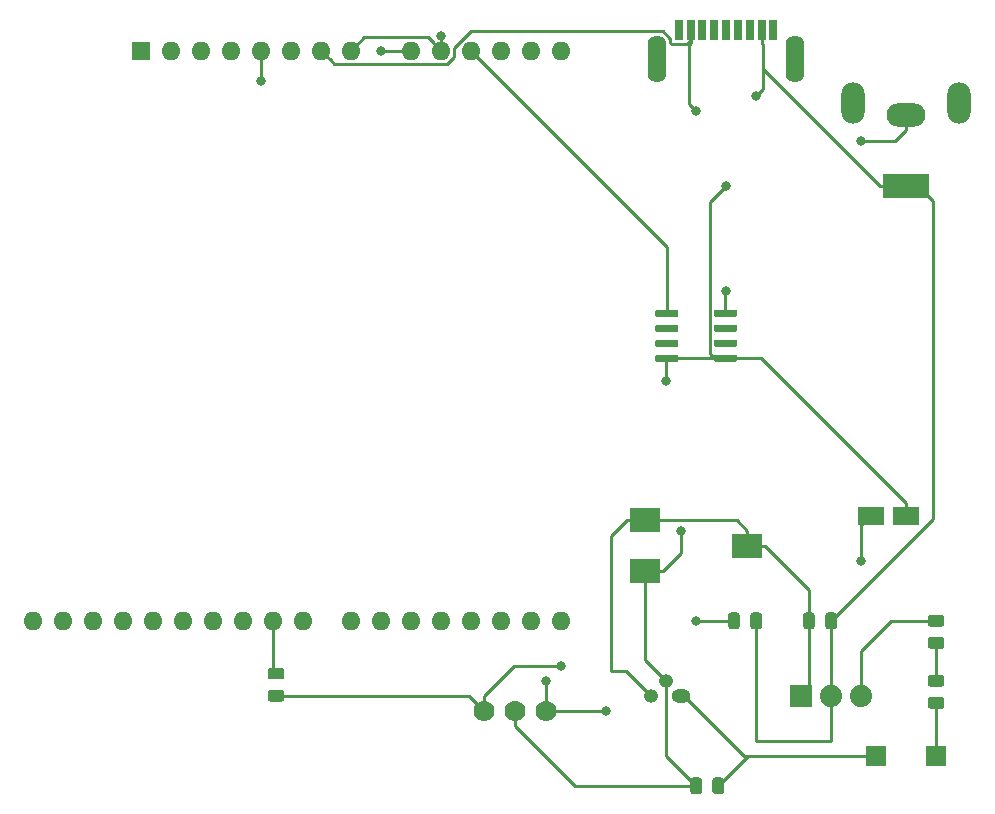
<source format=gbr>
G04 #@! TF.GenerationSoftware,KiCad,Pcbnew,(5.1.5)-3*
G04 #@! TF.CreationDate,2020-04-27T02:20:49-07:00*
G04 #@! TF.ProjectId,SolaRCharger,536f6c61-5243-4686-9172-6765722e6b69,rev?*
G04 #@! TF.SameCoordinates,Original*
G04 #@! TF.FileFunction,Copper,L1,Top*
G04 #@! TF.FilePolarity,Positive*
%FSLAX46Y46*%
G04 Gerber Fmt 4.6, Leading zero omitted, Abs format (unit mm)*
G04 Created by KiCad (PCBNEW (5.1.5)-3) date 2020-04-27 02:20:49*
%MOMM*%
%LPD*%
G04 APERTURE LIST*
%ADD10O,1.600000X1.600000*%
%ADD11R,1.600000X1.600000*%
%ADD12O,2.000000X3.500000*%
%ADD13O,3.300000X2.000000*%
%ADD14R,4.000000X2.000000*%
%ADD15C,1.879600*%
%ADD16R,1.879600X1.879600*%
%ADD17C,0.100000*%
%ADD18C,1.778000*%
%ADD19R,2.500000X2.000000*%
%ADD20O,1.200000X1.200000*%
%ADD21O,1.600000X1.200000*%
%ADD22R,1.700000X1.700000*%
%ADD23R,0.700000X1.800000*%
%ADD24O,1.600000X4.000000*%
%ADD25R,2.200000X1.600000*%
%ADD26C,0.800000*%
%ADD27C,0.250000*%
G04 APERTURE END LIST*
D10*
X124460000Y-127000000D03*
X127000000Y-127000000D03*
X87380000Y-127000000D03*
X127000000Y-78740000D03*
X89920000Y-127000000D03*
X124460000Y-78740000D03*
X92460000Y-127000000D03*
X121920000Y-78740000D03*
X95000000Y-127000000D03*
X119380000Y-78740000D03*
X97540000Y-127000000D03*
X116840000Y-78740000D03*
X100080000Y-127000000D03*
X114300000Y-78740000D03*
X102620000Y-127000000D03*
X109220000Y-78740000D03*
X105160000Y-127000000D03*
X106680000Y-78740000D03*
X109220000Y-127000000D03*
X104140000Y-78740000D03*
X111760000Y-127000000D03*
X101600000Y-78740000D03*
X114300000Y-127000000D03*
X99060000Y-78740000D03*
X116840000Y-127000000D03*
X96520000Y-78740000D03*
X119380000Y-127000000D03*
X93980000Y-78740000D03*
X121920000Y-127000000D03*
D11*
X91440000Y-78740000D03*
D10*
X84840000Y-127000000D03*
X82300000Y-127000000D03*
D12*
X151710000Y-83170000D03*
X160710000Y-83170000D03*
D13*
X156210000Y-84170000D03*
D14*
X156210000Y-90170000D03*
D15*
X152400000Y-133350000D03*
X149860000Y-133350000D03*
D16*
X147320000Y-133350000D03*
G04 #@! TA.AperFunction,SMDPad,CuDef*
D17*
G36*
X141744703Y-100665722D02*
G01*
X141759264Y-100667882D01*
X141773543Y-100671459D01*
X141787403Y-100676418D01*
X141800710Y-100682712D01*
X141813336Y-100690280D01*
X141825159Y-100699048D01*
X141836066Y-100708934D01*
X141845952Y-100719841D01*
X141854720Y-100731664D01*
X141862288Y-100744290D01*
X141868582Y-100757597D01*
X141873541Y-100771457D01*
X141877118Y-100785736D01*
X141879278Y-100800297D01*
X141880000Y-100815000D01*
X141880000Y-101115000D01*
X141879278Y-101129703D01*
X141877118Y-101144264D01*
X141873541Y-101158543D01*
X141868582Y-101172403D01*
X141862288Y-101185710D01*
X141854720Y-101198336D01*
X141845952Y-101210159D01*
X141836066Y-101221066D01*
X141825159Y-101230952D01*
X141813336Y-101239720D01*
X141800710Y-101247288D01*
X141787403Y-101253582D01*
X141773543Y-101258541D01*
X141759264Y-101262118D01*
X141744703Y-101264278D01*
X141730000Y-101265000D01*
X140080000Y-101265000D01*
X140065297Y-101264278D01*
X140050736Y-101262118D01*
X140036457Y-101258541D01*
X140022597Y-101253582D01*
X140009290Y-101247288D01*
X139996664Y-101239720D01*
X139984841Y-101230952D01*
X139973934Y-101221066D01*
X139964048Y-101210159D01*
X139955280Y-101198336D01*
X139947712Y-101185710D01*
X139941418Y-101172403D01*
X139936459Y-101158543D01*
X139932882Y-101144264D01*
X139930722Y-101129703D01*
X139930000Y-101115000D01*
X139930000Y-100815000D01*
X139930722Y-100800297D01*
X139932882Y-100785736D01*
X139936459Y-100771457D01*
X139941418Y-100757597D01*
X139947712Y-100744290D01*
X139955280Y-100731664D01*
X139964048Y-100719841D01*
X139973934Y-100708934D01*
X139984841Y-100699048D01*
X139996664Y-100690280D01*
X140009290Y-100682712D01*
X140022597Y-100676418D01*
X140036457Y-100671459D01*
X140050736Y-100667882D01*
X140065297Y-100665722D01*
X140080000Y-100665000D01*
X141730000Y-100665000D01*
X141744703Y-100665722D01*
G37*
G04 #@! TD.AperFunction*
G04 #@! TA.AperFunction,SMDPad,CuDef*
G36*
X141744703Y-101935722D02*
G01*
X141759264Y-101937882D01*
X141773543Y-101941459D01*
X141787403Y-101946418D01*
X141800710Y-101952712D01*
X141813336Y-101960280D01*
X141825159Y-101969048D01*
X141836066Y-101978934D01*
X141845952Y-101989841D01*
X141854720Y-102001664D01*
X141862288Y-102014290D01*
X141868582Y-102027597D01*
X141873541Y-102041457D01*
X141877118Y-102055736D01*
X141879278Y-102070297D01*
X141880000Y-102085000D01*
X141880000Y-102385000D01*
X141879278Y-102399703D01*
X141877118Y-102414264D01*
X141873541Y-102428543D01*
X141868582Y-102442403D01*
X141862288Y-102455710D01*
X141854720Y-102468336D01*
X141845952Y-102480159D01*
X141836066Y-102491066D01*
X141825159Y-102500952D01*
X141813336Y-102509720D01*
X141800710Y-102517288D01*
X141787403Y-102523582D01*
X141773543Y-102528541D01*
X141759264Y-102532118D01*
X141744703Y-102534278D01*
X141730000Y-102535000D01*
X140080000Y-102535000D01*
X140065297Y-102534278D01*
X140050736Y-102532118D01*
X140036457Y-102528541D01*
X140022597Y-102523582D01*
X140009290Y-102517288D01*
X139996664Y-102509720D01*
X139984841Y-102500952D01*
X139973934Y-102491066D01*
X139964048Y-102480159D01*
X139955280Y-102468336D01*
X139947712Y-102455710D01*
X139941418Y-102442403D01*
X139936459Y-102428543D01*
X139932882Y-102414264D01*
X139930722Y-102399703D01*
X139930000Y-102385000D01*
X139930000Y-102085000D01*
X139930722Y-102070297D01*
X139932882Y-102055736D01*
X139936459Y-102041457D01*
X139941418Y-102027597D01*
X139947712Y-102014290D01*
X139955280Y-102001664D01*
X139964048Y-101989841D01*
X139973934Y-101978934D01*
X139984841Y-101969048D01*
X139996664Y-101960280D01*
X140009290Y-101952712D01*
X140022597Y-101946418D01*
X140036457Y-101941459D01*
X140050736Y-101937882D01*
X140065297Y-101935722D01*
X140080000Y-101935000D01*
X141730000Y-101935000D01*
X141744703Y-101935722D01*
G37*
G04 #@! TD.AperFunction*
G04 #@! TA.AperFunction,SMDPad,CuDef*
G36*
X141744703Y-103205722D02*
G01*
X141759264Y-103207882D01*
X141773543Y-103211459D01*
X141787403Y-103216418D01*
X141800710Y-103222712D01*
X141813336Y-103230280D01*
X141825159Y-103239048D01*
X141836066Y-103248934D01*
X141845952Y-103259841D01*
X141854720Y-103271664D01*
X141862288Y-103284290D01*
X141868582Y-103297597D01*
X141873541Y-103311457D01*
X141877118Y-103325736D01*
X141879278Y-103340297D01*
X141880000Y-103355000D01*
X141880000Y-103655000D01*
X141879278Y-103669703D01*
X141877118Y-103684264D01*
X141873541Y-103698543D01*
X141868582Y-103712403D01*
X141862288Y-103725710D01*
X141854720Y-103738336D01*
X141845952Y-103750159D01*
X141836066Y-103761066D01*
X141825159Y-103770952D01*
X141813336Y-103779720D01*
X141800710Y-103787288D01*
X141787403Y-103793582D01*
X141773543Y-103798541D01*
X141759264Y-103802118D01*
X141744703Y-103804278D01*
X141730000Y-103805000D01*
X140080000Y-103805000D01*
X140065297Y-103804278D01*
X140050736Y-103802118D01*
X140036457Y-103798541D01*
X140022597Y-103793582D01*
X140009290Y-103787288D01*
X139996664Y-103779720D01*
X139984841Y-103770952D01*
X139973934Y-103761066D01*
X139964048Y-103750159D01*
X139955280Y-103738336D01*
X139947712Y-103725710D01*
X139941418Y-103712403D01*
X139936459Y-103698543D01*
X139932882Y-103684264D01*
X139930722Y-103669703D01*
X139930000Y-103655000D01*
X139930000Y-103355000D01*
X139930722Y-103340297D01*
X139932882Y-103325736D01*
X139936459Y-103311457D01*
X139941418Y-103297597D01*
X139947712Y-103284290D01*
X139955280Y-103271664D01*
X139964048Y-103259841D01*
X139973934Y-103248934D01*
X139984841Y-103239048D01*
X139996664Y-103230280D01*
X140009290Y-103222712D01*
X140022597Y-103216418D01*
X140036457Y-103211459D01*
X140050736Y-103207882D01*
X140065297Y-103205722D01*
X140080000Y-103205000D01*
X141730000Y-103205000D01*
X141744703Y-103205722D01*
G37*
G04 #@! TD.AperFunction*
G04 #@! TA.AperFunction,SMDPad,CuDef*
G36*
X141744703Y-104475722D02*
G01*
X141759264Y-104477882D01*
X141773543Y-104481459D01*
X141787403Y-104486418D01*
X141800710Y-104492712D01*
X141813336Y-104500280D01*
X141825159Y-104509048D01*
X141836066Y-104518934D01*
X141845952Y-104529841D01*
X141854720Y-104541664D01*
X141862288Y-104554290D01*
X141868582Y-104567597D01*
X141873541Y-104581457D01*
X141877118Y-104595736D01*
X141879278Y-104610297D01*
X141880000Y-104625000D01*
X141880000Y-104925000D01*
X141879278Y-104939703D01*
X141877118Y-104954264D01*
X141873541Y-104968543D01*
X141868582Y-104982403D01*
X141862288Y-104995710D01*
X141854720Y-105008336D01*
X141845952Y-105020159D01*
X141836066Y-105031066D01*
X141825159Y-105040952D01*
X141813336Y-105049720D01*
X141800710Y-105057288D01*
X141787403Y-105063582D01*
X141773543Y-105068541D01*
X141759264Y-105072118D01*
X141744703Y-105074278D01*
X141730000Y-105075000D01*
X140080000Y-105075000D01*
X140065297Y-105074278D01*
X140050736Y-105072118D01*
X140036457Y-105068541D01*
X140022597Y-105063582D01*
X140009290Y-105057288D01*
X139996664Y-105049720D01*
X139984841Y-105040952D01*
X139973934Y-105031066D01*
X139964048Y-105020159D01*
X139955280Y-105008336D01*
X139947712Y-104995710D01*
X139941418Y-104982403D01*
X139936459Y-104968543D01*
X139932882Y-104954264D01*
X139930722Y-104939703D01*
X139930000Y-104925000D01*
X139930000Y-104625000D01*
X139930722Y-104610297D01*
X139932882Y-104595736D01*
X139936459Y-104581457D01*
X139941418Y-104567597D01*
X139947712Y-104554290D01*
X139955280Y-104541664D01*
X139964048Y-104529841D01*
X139973934Y-104518934D01*
X139984841Y-104509048D01*
X139996664Y-104500280D01*
X140009290Y-104492712D01*
X140022597Y-104486418D01*
X140036457Y-104481459D01*
X140050736Y-104477882D01*
X140065297Y-104475722D01*
X140080000Y-104475000D01*
X141730000Y-104475000D01*
X141744703Y-104475722D01*
G37*
G04 #@! TD.AperFunction*
G04 #@! TA.AperFunction,SMDPad,CuDef*
G36*
X136794703Y-104475722D02*
G01*
X136809264Y-104477882D01*
X136823543Y-104481459D01*
X136837403Y-104486418D01*
X136850710Y-104492712D01*
X136863336Y-104500280D01*
X136875159Y-104509048D01*
X136886066Y-104518934D01*
X136895952Y-104529841D01*
X136904720Y-104541664D01*
X136912288Y-104554290D01*
X136918582Y-104567597D01*
X136923541Y-104581457D01*
X136927118Y-104595736D01*
X136929278Y-104610297D01*
X136930000Y-104625000D01*
X136930000Y-104925000D01*
X136929278Y-104939703D01*
X136927118Y-104954264D01*
X136923541Y-104968543D01*
X136918582Y-104982403D01*
X136912288Y-104995710D01*
X136904720Y-105008336D01*
X136895952Y-105020159D01*
X136886066Y-105031066D01*
X136875159Y-105040952D01*
X136863336Y-105049720D01*
X136850710Y-105057288D01*
X136837403Y-105063582D01*
X136823543Y-105068541D01*
X136809264Y-105072118D01*
X136794703Y-105074278D01*
X136780000Y-105075000D01*
X135130000Y-105075000D01*
X135115297Y-105074278D01*
X135100736Y-105072118D01*
X135086457Y-105068541D01*
X135072597Y-105063582D01*
X135059290Y-105057288D01*
X135046664Y-105049720D01*
X135034841Y-105040952D01*
X135023934Y-105031066D01*
X135014048Y-105020159D01*
X135005280Y-105008336D01*
X134997712Y-104995710D01*
X134991418Y-104982403D01*
X134986459Y-104968543D01*
X134982882Y-104954264D01*
X134980722Y-104939703D01*
X134980000Y-104925000D01*
X134980000Y-104625000D01*
X134980722Y-104610297D01*
X134982882Y-104595736D01*
X134986459Y-104581457D01*
X134991418Y-104567597D01*
X134997712Y-104554290D01*
X135005280Y-104541664D01*
X135014048Y-104529841D01*
X135023934Y-104518934D01*
X135034841Y-104509048D01*
X135046664Y-104500280D01*
X135059290Y-104492712D01*
X135072597Y-104486418D01*
X135086457Y-104481459D01*
X135100736Y-104477882D01*
X135115297Y-104475722D01*
X135130000Y-104475000D01*
X136780000Y-104475000D01*
X136794703Y-104475722D01*
G37*
G04 #@! TD.AperFunction*
G04 #@! TA.AperFunction,SMDPad,CuDef*
G36*
X136794703Y-103205722D02*
G01*
X136809264Y-103207882D01*
X136823543Y-103211459D01*
X136837403Y-103216418D01*
X136850710Y-103222712D01*
X136863336Y-103230280D01*
X136875159Y-103239048D01*
X136886066Y-103248934D01*
X136895952Y-103259841D01*
X136904720Y-103271664D01*
X136912288Y-103284290D01*
X136918582Y-103297597D01*
X136923541Y-103311457D01*
X136927118Y-103325736D01*
X136929278Y-103340297D01*
X136930000Y-103355000D01*
X136930000Y-103655000D01*
X136929278Y-103669703D01*
X136927118Y-103684264D01*
X136923541Y-103698543D01*
X136918582Y-103712403D01*
X136912288Y-103725710D01*
X136904720Y-103738336D01*
X136895952Y-103750159D01*
X136886066Y-103761066D01*
X136875159Y-103770952D01*
X136863336Y-103779720D01*
X136850710Y-103787288D01*
X136837403Y-103793582D01*
X136823543Y-103798541D01*
X136809264Y-103802118D01*
X136794703Y-103804278D01*
X136780000Y-103805000D01*
X135130000Y-103805000D01*
X135115297Y-103804278D01*
X135100736Y-103802118D01*
X135086457Y-103798541D01*
X135072597Y-103793582D01*
X135059290Y-103787288D01*
X135046664Y-103779720D01*
X135034841Y-103770952D01*
X135023934Y-103761066D01*
X135014048Y-103750159D01*
X135005280Y-103738336D01*
X134997712Y-103725710D01*
X134991418Y-103712403D01*
X134986459Y-103698543D01*
X134982882Y-103684264D01*
X134980722Y-103669703D01*
X134980000Y-103655000D01*
X134980000Y-103355000D01*
X134980722Y-103340297D01*
X134982882Y-103325736D01*
X134986459Y-103311457D01*
X134991418Y-103297597D01*
X134997712Y-103284290D01*
X135005280Y-103271664D01*
X135014048Y-103259841D01*
X135023934Y-103248934D01*
X135034841Y-103239048D01*
X135046664Y-103230280D01*
X135059290Y-103222712D01*
X135072597Y-103216418D01*
X135086457Y-103211459D01*
X135100736Y-103207882D01*
X135115297Y-103205722D01*
X135130000Y-103205000D01*
X136780000Y-103205000D01*
X136794703Y-103205722D01*
G37*
G04 #@! TD.AperFunction*
G04 #@! TA.AperFunction,SMDPad,CuDef*
G36*
X136794703Y-101935722D02*
G01*
X136809264Y-101937882D01*
X136823543Y-101941459D01*
X136837403Y-101946418D01*
X136850710Y-101952712D01*
X136863336Y-101960280D01*
X136875159Y-101969048D01*
X136886066Y-101978934D01*
X136895952Y-101989841D01*
X136904720Y-102001664D01*
X136912288Y-102014290D01*
X136918582Y-102027597D01*
X136923541Y-102041457D01*
X136927118Y-102055736D01*
X136929278Y-102070297D01*
X136930000Y-102085000D01*
X136930000Y-102385000D01*
X136929278Y-102399703D01*
X136927118Y-102414264D01*
X136923541Y-102428543D01*
X136918582Y-102442403D01*
X136912288Y-102455710D01*
X136904720Y-102468336D01*
X136895952Y-102480159D01*
X136886066Y-102491066D01*
X136875159Y-102500952D01*
X136863336Y-102509720D01*
X136850710Y-102517288D01*
X136837403Y-102523582D01*
X136823543Y-102528541D01*
X136809264Y-102532118D01*
X136794703Y-102534278D01*
X136780000Y-102535000D01*
X135130000Y-102535000D01*
X135115297Y-102534278D01*
X135100736Y-102532118D01*
X135086457Y-102528541D01*
X135072597Y-102523582D01*
X135059290Y-102517288D01*
X135046664Y-102509720D01*
X135034841Y-102500952D01*
X135023934Y-102491066D01*
X135014048Y-102480159D01*
X135005280Y-102468336D01*
X134997712Y-102455710D01*
X134991418Y-102442403D01*
X134986459Y-102428543D01*
X134982882Y-102414264D01*
X134980722Y-102399703D01*
X134980000Y-102385000D01*
X134980000Y-102085000D01*
X134980722Y-102070297D01*
X134982882Y-102055736D01*
X134986459Y-102041457D01*
X134991418Y-102027597D01*
X134997712Y-102014290D01*
X135005280Y-102001664D01*
X135014048Y-101989841D01*
X135023934Y-101978934D01*
X135034841Y-101969048D01*
X135046664Y-101960280D01*
X135059290Y-101952712D01*
X135072597Y-101946418D01*
X135086457Y-101941459D01*
X135100736Y-101937882D01*
X135115297Y-101935722D01*
X135130000Y-101935000D01*
X136780000Y-101935000D01*
X136794703Y-101935722D01*
G37*
G04 #@! TD.AperFunction*
G04 #@! TA.AperFunction,SMDPad,CuDef*
G36*
X136794703Y-100665722D02*
G01*
X136809264Y-100667882D01*
X136823543Y-100671459D01*
X136837403Y-100676418D01*
X136850710Y-100682712D01*
X136863336Y-100690280D01*
X136875159Y-100699048D01*
X136886066Y-100708934D01*
X136895952Y-100719841D01*
X136904720Y-100731664D01*
X136912288Y-100744290D01*
X136918582Y-100757597D01*
X136923541Y-100771457D01*
X136927118Y-100785736D01*
X136929278Y-100800297D01*
X136930000Y-100815000D01*
X136930000Y-101115000D01*
X136929278Y-101129703D01*
X136927118Y-101144264D01*
X136923541Y-101158543D01*
X136918582Y-101172403D01*
X136912288Y-101185710D01*
X136904720Y-101198336D01*
X136895952Y-101210159D01*
X136886066Y-101221066D01*
X136875159Y-101230952D01*
X136863336Y-101239720D01*
X136850710Y-101247288D01*
X136837403Y-101253582D01*
X136823543Y-101258541D01*
X136809264Y-101262118D01*
X136794703Y-101264278D01*
X136780000Y-101265000D01*
X135130000Y-101265000D01*
X135115297Y-101264278D01*
X135100736Y-101262118D01*
X135086457Y-101258541D01*
X135072597Y-101253582D01*
X135059290Y-101247288D01*
X135046664Y-101239720D01*
X135034841Y-101230952D01*
X135023934Y-101221066D01*
X135014048Y-101210159D01*
X135005280Y-101198336D01*
X134997712Y-101185710D01*
X134991418Y-101172403D01*
X134986459Y-101158543D01*
X134982882Y-101144264D01*
X134980722Y-101129703D01*
X134980000Y-101115000D01*
X134980000Y-100815000D01*
X134980722Y-100800297D01*
X134982882Y-100785736D01*
X134986459Y-100771457D01*
X134991418Y-100757597D01*
X134997712Y-100744290D01*
X135005280Y-100731664D01*
X135014048Y-100719841D01*
X135023934Y-100708934D01*
X135034841Y-100699048D01*
X135046664Y-100690280D01*
X135059290Y-100682712D01*
X135072597Y-100676418D01*
X135086457Y-100671459D01*
X135100736Y-100667882D01*
X135115297Y-100665722D01*
X135130000Y-100665000D01*
X136780000Y-100665000D01*
X136794703Y-100665722D01*
G37*
G04 #@! TD.AperFunction*
D18*
X125730000Y-134620000D03*
X123090000Y-134620000D03*
X120450001Y-134620000D03*
D19*
X134105000Y-122800000D03*
X142755000Y-120650000D03*
X134105000Y-118500000D03*
G04 #@! TA.AperFunction,SMDPad,CuDef*
D17*
G36*
X140572642Y-140271174D02*
G01*
X140596303Y-140274684D01*
X140619507Y-140280496D01*
X140642029Y-140288554D01*
X140663653Y-140298782D01*
X140684170Y-140311079D01*
X140703383Y-140325329D01*
X140721107Y-140341393D01*
X140737171Y-140359117D01*
X140751421Y-140378330D01*
X140763718Y-140398847D01*
X140773946Y-140420471D01*
X140782004Y-140442993D01*
X140787816Y-140466197D01*
X140791326Y-140489858D01*
X140792500Y-140513750D01*
X140792500Y-141426250D01*
X140791326Y-141450142D01*
X140787816Y-141473803D01*
X140782004Y-141497007D01*
X140773946Y-141519529D01*
X140763718Y-141541153D01*
X140751421Y-141561670D01*
X140737171Y-141580883D01*
X140721107Y-141598607D01*
X140703383Y-141614671D01*
X140684170Y-141628921D01*
X140663653Y-141641218D01*
X140642029Y-141651446D01*
X140619507Y-141659504D01*
X140596303Y-141665316D01*
X140572642Y-141668826D01*
X140548750Y-141670000D01*
X140061250Y-141670000D01*
X140037358Y-141668826D01*
X140013697Y-141665316D01*
X139990493Y-141659504D01*
X139967971Y-141651446D01*
X139946347Y-141641218D01*
X139925830Y-141628921D01*
X139906617Y-141614671D01*
X139888893Y-141598607D01*
X139872829Y-141580883D01*
X139858579Y-141561670D01*
X139846282Y-141541153D01*
X139836054Y-141519529D01*
X139827996Y-141497007D01*
X139822184Y-141473803D01*
X139818674Y-141450142D01*
X139817500Y-141426250D01*
X139817500Y-140513750D01*
X139818674Y-140489858D01*
X139822184Y-140466197D01*
X139827996Y-140442993D01*
X139836054Y-140420471D01*
X139846282Y-140398847D01*
X139858579Y-140378330D01*
X139872829Y-140359117D01*
X139888893Y-140341393D01*
X139906617Y-140325329D01*
X139925830Y-140311079D01*
X139946347Y-140298782D01*
X139967971Y-140288554D01*
X139990493Y-140280496D01*
X140013697Y-140274684D01*
X140037358Y-140271174D01*
X140061250Y-140270000D01*
X140548750Y-140270000D01*
X140572642Y-140271174D01*
G37*
G04 #@! TD.AperFunction*
G04 #@! TA.AperFunction,SMDPad,CuDef*
G36*
X138697642Y-140271174D02*
G01*
X138721303Y-140274684D01*
X138744507Y-140280496D01*
X138767029Y-140288554D01*
X138788653Y-140298782D01*
X138809170Y-140311079D01*
X138828383Y-140325329D01*
X138846107Y-140341393D01*
X138862171Y-140359117D01*
X138876421Y-140378330D01*
X138888718Y-140398847D01*
X138898946Y-140420471D01*
X138907004Y-140442993D01*
X138912816Y-140466197D01*
X138916326Y-140489858D01*
X138917500Y-140513750D01*
X138917500Y-141426250D01*
X138916326Y-141450142D01*
X138912816Y-141473803D01*
X138907004Y-141497007D01*
X138898946Y-141519529D01*
X138888718Y-141541153D01*
X138876421Y-141561670D01*
X138862171Y-141580883D01*
X138846107Y-141598607D01*
X138828383Y-141614671D01*
X138809170Y-141628921D01*
X138788653Y-141641218D01*
X138767029Y-141651446D01*
X138744507Y-141659504D01*
X138721303Y-141665316D01*
X138697642Y-141668826D01*
X138673750Y-141670000D01*
X138186250Y-141670000D01*
X138162358Y-141668826D01*
X138138697Y-141665316D01*
X138115493Y-141659504D01*
X138092971Y-141651446D01*
X138071347Y-141641218D01*
X138050830Y-141628921D01*
X138031617Y-141614671D01*
X138013893Y-141598607D01*
X137997829Y-141580883D01*
X137983579Y-141561670D01*
X137971282Y-141541153D01*
X137961054Y-141519529D01*
X137952996Y-141497007D01*
X137947184Y-141473803D01*
X137943674Y-141450142D01*
X137942500Y-141426250D01*
X137942500Y-140513750D01*
X137943674Y-140489858D01*
X137947184Y-140466197D01*
X137952996Y-140442993D01*
X137961054Y-140420471D01*
X137971282Y-140398847D01*
X137983579Y-140378330D01*
X137997829Y-140359117D01*
X138013893Y-140341393D01*
X138031617Y-140325329D01*
X138050830Y-140311079D01*
X138071347Y-140298782D01*
X138092971Y-140288554D01*
X138115493Y-140280496D01*
X138138697Y-140274684D01*
X138162358Y-140271174D01*
X138186250Y-140270000D01*
X138673750Y-140270000D01*
X138697642Y-140271174D01*
G37*
G04 #@! TD.AperFunction*
G04 #@! TA.AperFunction,SMDPad,CuDef*
G36*
X150127642Y-126301174D02*
G01*
X150151303Y-126304684D01*
X150174507Y-126310496D01*
X150197029Y-126318554D01*
X150218653Y-126328782D01*
X150239170Y-126341079D01*
X150258383Y-126355329D01*
X150276107Y-126371393D01*
X150292171Y-126389117D01*
X150306421Y-126408330D01*
X150318718Y-126428847D01*
X150328946Y-126450471D01*
X150337004Y-126472993D01*
X150342816Y-126496197D01*
X150346326Y-126519858D01*
X150347500Y-126543750D01*
X150347500Y-127456250D01*
X150346326Y-127480142D01*
X150342816Y-127503803D01*
X150337004Y-127527007D01*
X150328946Y-127549529D01*
X150318718Y-127571153D01*
X150306421Y-127591670D01*
X150292171Y-127610883D01*
X150276107Y-127628607D01*
X150258383Y-127644671D01*
X150239170Y-127658921D01*
X150218653Y-127671218D01*
X150197029Y-127681446D01*
X150174507Y-127689504D01*
X150151303Y-127695316D01*
X150127642Y-127698826D01*
X150103750Y-127700000D01*
X149616250Y-127700000D01*
X149592358Y-127698826D01*
X149568697Y-127695316D01*
X149545493Y-127689504D01*
X149522971Y-127681446D01*
X149501347Y-127671218D01*
X149480830Y-127658921D01*
X149461617Y-127644671D01*
X149443893Y-127628607D01*
X149427829Y-127610883D01*
X149413579Y-127591670D01*
X149401282Y-127571153D01*
X149391054Y-127549529D01*
X149382996Y-127527007D01*
X149377184Y-127503803D01*
X149373674Y-127480142D01*
X149372500Y-127456250D01*
X149372500Y-126543750D01*
X149373674Y-126519858D01*
X149377184Y-126496197D01*
X149382996Y-126472993D01*
X149391054Y-126450471D01*
X149401282Y-126428847D01*
X149413579Y-126408330D01*
X149427829Y-126389117D01*
X149443893Y-126371393D01*
X149461617Y-126355329D01*
X149480830Y-126341079D01*
X149501347Y-126328782D01*
X149522971Y-126318554D01*
X149545493Y-126310496D01*
X149568697Y-126304684D01*
X149592358Y-126301174D01*
X149616250Y-126300000D01*
X150103750Y-126300000D01*
X150127642Y-126301174D01*
G37*
G04 #@! TD.AperFunction*
G04 #@! TA.AperFunction,SMDPad,CuDef*
G36*
X148252642Y-126301174D02*
G01*
X148276303Y-126304684D01*
X148299507Y-126310496D01*
X148322029Y-126318554D01*
X148343653Y-126328782D01*
X148364170Y-126341079D01*
X148383383Y-126355329D01*
X148401107Y-126371393D01*
X148417171Y-126389117D01*
X148431421Y-126408330D01*
X148443718Y-126428847D01*
X148453946Y-126450471D01*
X148462004Y-126472993D01*
X148467816Y-126496197D01*
X148471326Y-126519858D01*
X148472500Y-126543750D01*
X148472500Y-127456250D01*
X148471326Y-127480142D01*
X148467816Y-127503803D01*
X148462004Y-127527007D01*
X148453946Y-127549529D01*
X148443718Y-127571153D01*
X148431421Y-127591670D01*
X148417171Y-127610883D01*
X148401107Y-127628607D01*
X148383383Y-127644671D01*
X148364170Y-127658921D01*
X148343653Y-127671218D01*
X148322029Y-127681446D01*
X148299507Y-127689504D01*
X148276303Y-127695316D01*
X148252642Y-127698826D01*
X148228750Y-127700000D01*
X147741250Y-127700000D01*
X147717358Y-127698826D01*
X147693697Y-127695316D01*
X147670493Y-127689504D01*
X147647971Y-127681446D01*
X147626347Y-127671218D01*
X147605830Y-127658921D01*
X147586617Y-127644671D01*
X147568893Y-127628607D01*
X147552829Y-127610883D01*
X147538579Y-127591670D01*
X147526282Y-127571153D01*
X147516054Y-127549529D01*
X147507996Y-127527007D01*
X147502184Y-127503803D01*
X147498674Y-127480142D01*
X147497500Y-127456250D01*
X147497500Y-126543750D01*
X147498674Y-126519858D01*
X147502184Y-126496197D01*
X147507996Y-126472993D01*
X147516054Y-126450471D01*
X147526282Y-126428847D01*
X147538579Y-126408330D01*
X147552829Y-126389117D01*
X147568893Y-126371393D01*
X147586617Y-126355329D01*
X147605830Y-126341079D01*
X147626347Y-126328782D01*
X147647971Y-126318554D01*
X147670493Y-126310496D01*
X147693697Y-126304684D01*
X147717358Y-126301174D01*
X147741250Y-126300000D01*
X148228750Y-126300000D01*
X148252642Y-126301174D01*
G37*
G04 #@! TD.AperFunction*
G04 #@! TA.AperFunction,SMDPad,CuDef*
G36*
X103350142Y-132863674D02*
G01*
X103373803Y-132867184D01*
X103397007Y-132872996D01*
X103419529Y-132881054D01*
X103441153Y-132891282D01*
X103461670Y-132903579D01*
X103480883Y-132917829D01*
X103498607Y-132933893D01*
X103514671Y-132951617D01*
X103528921Y-132970830D01*
X103541218Y-132991347D01*
X103551446Y-133012971D01*
X103559504Y-133035493D01*
X103565316Y-133058697D01*
X103568826Y-133082358D01*
X103570000Y-133106250D01*
X103570000Y-133593750D01*
X103568826Y-133617642D01*
X103565316Y-133641303D01*
X103559504Y-133664507D01*
X103551446Y-133687029D01*
X103541218Y-133708653D01*
X103528921Y-133729170D01*
X103514671Y-133748383D01*
X103498607Y-133766107D01*
X103480883Y-133782171D01*
X103461670Y-133796421D01*
X103441153Y-133808718D01*
X103419529Y-133818946D01*
X103397007Y-133827004D01*
X103373803Y-133832816D01*
X103350142Y-133836326D01*
X103326250Y-133837500D01*
X102413750Y-133837500D01*
X102389858Y-133836326D01*
X102366197Y-133832816D01*
X102342993Y-133827004D01*
X102320471Y-133818946D01*
X102298847Y-133808718D01*
X102278330Y-133796421D01*
X102259117Y-133782171D01*
X102241393Y-133766107D01*
X102225329Y-133748383D01*
X102211079Y-133729170D01*
X102198782Y-133708653D01*
X102188554Y-133687029D01*
X102180496Y-133664507D01*
X102174684Y-133641303D01*
X102171174Y-133617642D01*
X102170000Y-133593750D01*
X102170000Y-133106250D01*
X102171174Y-133082358D01*
X102174684Y-133058697D01*
X102180496Y-133035493D01*
X102188554Y-133012971D01*
X102198782Y-132991347D01*
X102211079Y-132970830D01*
X102225329Y-132951617D01*
X102241393Y-132933893D01*
X102259117Y-132917829D01*
X102278330Y-132903579D01*
X102298847Y-132891282D01*
X102320471Y-132881054D01*
X102342993Y-132872996D01*
X102366197Y-132867184D01*
X102389858Y-132863674D01*
X102413750Y-132862500D01*
X103326250Y-132862500D01*
X103350142Y-132863674D01*
G37*
G04 #@! TD.AperFunction*
G04 #@! TA.AperFunction,SMDPad,CuDef*
G36*
X103350142Y-130988674D02*
G01*
X103373803Y-130992184D01*
X103397007Y-130997996D01*
X103419529Y-131006054D01*
X103441153Y-131016282D01*
X103461670Y-131028579D01*
X103480883Y-131042829D01*
X103498607Y-131058893D01*
X103514671Y-131076617D01*
X103528921Y-131095830D01*
X103541218Y-131116347D01*
X103551446Y-131137971D01*
X103559504Y-131160493D01*
X103565316Y-131183697D01*
X103568826Y-131207358D01*
X103570000Y-131231250D01*
X103570000Y-131718750D01*
X103568826Y-131742642D01*
X103565316Y-131766303D01*
X103559504Y-131789507D01*
X103551446Y-131812029D01*
X103541218Y-131833653D01*
X103528921Y-131854170D01*
X103514671Y-131873383D01*
X103498607Y-131891107D01*
X103480883Y-131907171D01*
X103461670Y-131921421D01*
X103441153Y-131933718D01*
X103419529Y-131943946D01*
X103397007Y-131952004D01*
X103373803Y-131957816D01*
X103350142Y-131961326D01*
X103326250Y-131962500D01*
X102413750Y-131962500D01*
X102389858Y-131961326D01*
X102366197Y-131957816D01*
X102342993Y-131952004D01*
X102320471Y-131943946D01*
X102298847Y-131933718D01*
X102278330Y-131921421D01*
X102259117Y-131907171D01*
X102241393Y-131891107D01*
X102225329Y-131873383D01*
X102211079Y-131854170D01*
X102198782Y-131833653D01*
X102188554Y-131812029D01*
X102180496Y-131789507D01*
X102174684Y-131766303D01*
X102171174Y-131742642D01*
X102170000Y-131718750D01*
X102170000Y-131231250D01*
X102171174Y-131207358D01*
X102174684Y-131183697D01*
X102180496Y-131160493D01*
X102188554Y-131137971D01*
X102198782Y-131116347D01*
X102211079Y-131095830D01*
X102225329Y-131076617D01*
X102241393Y-131058893D01*
X102259117Y-131042829D01*
X102278330Y-131028579D01*
X102298847Y-131016282D01*
X102320471Y-131006054D01*
X102342993Y-130997996D01*
X102366197Y-130992184D01*
X102389858Y-130988674D01*
X102413750Y-130987500D01*
X103326250Y-130987500D01*
X103350142Y-130988674D01*
G37*
G04 #@! TD.AperFunction*
G04 #@! TA.AperFunction,SMDPad,CuDef*
G36*
X143777642Y-126301174D02*
G01*
X143801303Y-126304684D01*
X143824507Y-126310496D01*
X143847029Y-126318554D01*
X143868653Y-126328782D01*
X143889170Y-126341079D01*
X143908383Y-126355329D01*
X143926107Y-126371393D01*
X143942171Y-126389117D01*
X143956421Y-126408330D01*
X143968718Y-126428847D01*
X143978946Y-126450471D01*
X143987004Y-126472993D01*
X143992816Y-126496197D01*
X143996326Y-126519858D01*
X143997500Y-126543750D01*
X143997500Y-127456250D01*
X143996326Y-127480142D01*
X143992816Y-127503803D01*
X143987004Y-127527007D01*
X143978946Y-127549529D01*
X143968718Y-127571153D01*
X143956421Y-127591670D01*
X143942171Y-127610883D01*
X143926107Y-127628607D01*
X143908383Y-127644671D01*
X143889170Y-127658921D01*
X143868653Y-127671218D01*
X143847029Y-127681446D01*
X143824507Y-127689504D01*
X143801303Y-127695316D01*
X143777642Y-127698826D01*
X143753750Y-127700000D01*
X143266250Y-127700000D01*
X143242358Y-127698826D01*
X143218697Y-127695316D01*
X143195493Y-127689504D01*
X143172971Y-127681446D01*
X143151347Y-127671218D01*
X143130830Y-127658921D01*
X143111617Y-127644671D01*
X143093893Y-127628607D01*
X143077829Y-127610883D01*
X143063579Y-127591670D01*
X143051282Y-127571153D01*
X143041054Y-127549529D01*
X143032996Y-127527007D01*
X143027184Y-127503803D01*
X143023674Y-127480142D01*
X143022500Y-127456250D01*
X143022500Y-126543750D01*
X143023674Y-126519858D01*
X143027184Y-126496197D01*
X143032996Y-126472993D01*
X143041054Y-126450471D01*
X143051282Y-126428847D01*
X143063579Y-126408330D01*
X143077829Y-126389117D01*
X143093893Y-126371393D01*
X143111617Y-126355329D01*
X143130830Y-126341079D01*
X143151347Y-126328782D01*
X143172971Y-126318554D01*
X143195493Y-126310496D01*
X143218697Y-126304684D01*
X143242358Y-126301174D01*
X143266250Y-126300000D01*
X143753750Y-126300000D01*
X143777642Y-126301174D01*
G37*
G04 #@! TD.AperFunction*
G04 #@! TA.AperFunction,SMDPad,CuDef*
G36*
X141902642Y-126301174D02*
G01*
X141926303Y-126304684D01*
X141949507Y-126310496D01*
X141972029Y-126318554D01*
X141993653Y-126328782D01*
X142014170Y-126341079D01*
X142033383Y-126355329D01*
X142051107Y-126371393D01*
X142067171Y-126389117D01*
X142081421Y-126408330D01*
X142093718Y-126428847D01*
X142103946Y-126450471D01*
X142112004Y-126472993D01*
X142117816Y-126496197D01*
X142121326Y-126519858D01*
X142122500Y-126543750D01*
X142122500Y-127456250D01*
X142121326Y-127480142D01*
X142117816Y-127503803D01*
X142112004Y-127527007D01*
X142103946Y-127549529D01*
X142093718Y-127571153D01*
X142081421Y-127591670D01*
X142067171Y-127610883D01*
X142051107Y-127628607D01*
X142033383Y-127644671D01*
X142014170Y-127658921D01*
X141993653Y-127671218D01*
X141972029Y-127681446D01*
X141949507Y-127689504D01*
X141926303Y-127695316D01*
X141902642Y-127698826D01*
X141878750Y-127700000D01*
X141391250Y-127700000D01*
X141367358Y-127698826D01*
X141343697Y-127695316D01*
X141320493Y-127689504D01*
X141297971Y-127681446D01*
X141276347Y-127671218D01*
X141255830Y-127658921D01*
X141236617Y-127644671D01*
X141218893Y-127628607D01*
X141202829Y-127610883D01*
X141188579Y-127591670D01*
X141176282Y-127571153D01*
X141166054Y-127549529D01*
X141157996Y-127527007D01*
X141152184Y-127503803D01*
X141148674Y-127480142D01*
X141147500Y-127456250D01*
X141147500Y-126543750D01*
X141148674Y-126519858D01*
X141152184Y-126496197D01*
X141157996Y-126472993D01*
X141166054Y-126450471D01*
X141176282Y-126428847D01*
X141188579Y-126408330D01*
X141202829Y-126389117D01*
X141218893Y-126371393D01*
X141236617Y-126355329D01*
X141255830Y-126341079D01*
X141276347Y-126328782D01*
X141297971Y-126318554D01*
X141320493Y-126310496D01*
X141343697Y-126304684D01*
X141367358Y-126301174D01*
X141391250Y-126300000D01*
X141878750Y-126300000D01*
X141902642Y-126301174D01*
G37*
G04 #@! TD.AperFunction*
D20*
X134620000Y-133350000D03*
X135890000Y-132080000D03*
D21*
X137160000Y-133350000D03*
D22*
X153670000Y-138430000D03*
D23*
X144970000Y-76965000D03*
X143970000Y-76965000D03*
X142970000Y-76965000D03*
X141970000Y-76965000D03*
X140970000Y-76965000D03*
X139970000Y-76965000D03*
X138970000Y-76965000D03*
X137970000Y-76965000D03*
X136970000Y-76965000D03*
D24*
X146820000Y-79415000D03*
X135120000Y-79415000D03*
D22*
X158750000Y-138430000D03*
G04 #@! TA.AperFunction,SMDPad,CuDef*
D17*
G36*
X159230142Y-133468674D02*
G01*
X159253803Y-133472184D01*
X159277007Y-133477996D01*
X159299529Y-133486054D01*
X159321153Y-133496282D01*
X159341670Y-133508579D01*
X159360883Y-133522829D01*
X159378607Y-133538893D01*
X159394671Y-133556617D01*
X159408921Y-133575830D01*
X159421218Y-133596347D01*
X159431446Y-133617971D01*
X159439504Y-133640493D01*
X159445316Y-133663697D01*
X159448826Y-133687358D01*
X159450000Y-133711250D01*
X159450000Y-134198750D01*
X159448826Y-134222642D01*
X159445316Y-134246303D01*
X159439504Y-134269507D01*
X159431446Y-134292029D01*
X159421218Y-134313653D01*
X159408921Y-134334170D01*
X159394671Y-134353383D01*
X159378607Y-134371107D01*
X159360883Y-134387171D01*
X159341670Y-134401421D01*
X159321153Y-134413718D01*
X159299529Y-134423946D01*
X159277007Y-134432004D01*
X159253803Y-134437816D01*
X159230142Y-134441326D01*
X159206250Y-134442500D01*
X158293750Y-134442500D01*
X158269858Y-134441326D01*
X158246197Y-134437816D01*
X158222993Y-134432004D01*
X158200471Y-134423946D01*
X158178847Y-134413718D01*
X158158330Y-134401421D01*
X158139117Y-134387171D01*
X158121393Y-134371107D01*
X158105329Y-134353383D01*
X158091079Y-134334170D01*
X158078782Y-134313653D01*
X158068554Y-134292029D01*
X158060496Y-134269507D01*
X158054684Y-134246303D01*
X158051174Y-134222642D01*
X158050000Y-134198750D01*
X158050000Y-133711250D01*
X158051174Y-133687358D01*
X158054684Y-133663697D01*
X158060496Y-133640493D01*
X158068554Y-133617971D01*
X158078782Y-133596347D01*
X158091079Y-133575830D01*
X158105329Y-133556617D01*
X158121393Y-133538893D01*
X158139117Y-133522829D01*
X158158330Y-133508579D01*
X158178847Y-133496282D01*
X158200471Y-133486054D01*
X158222993Y-133477996D01*
X158246197Y-133472184D01*
X158269858Y-133468674D01*
X158293750Y-133467500D01*
X159206250Y-133467500D01*
X159230142Y-133468674D01*
G37*
G04 #@! TD.AperFunction*
G04 #@! TA.AperFunction,SMDPad,CuDef*
G36*
X159230142Y-131593674D02*
G01*
X159253803Y-131597184D01*
X159277007Y-131602996D01*
X159299529Y-131611054D01*
X159321153Y-131621282D01*
X159341670Y-131633579D01*
X159360883Y-131647829D01*
X159378607Y-131663893D01*
X159394671Y-131681617D01*
X159408921Y-131700830D01*
X159421218Y-131721347D01*
X159431446Y-131742971D01*
X159439504Y-131765493D01*
X159445316Y-131788697D01*
X159448826Y-131812358D01*
X159450000Y-131836250D01*
X159450000Y-132323750D01*
X159448826Y-132347642D01*
X159445316Y-132371303D01*
X159439504Y-132394507D01*
X159431446Y-132417029D01*
X159421218Y-132438653D01*
X159408921Y-132459170D01*
X159394671Y-132478383D01*
X159378607Y-132496107D01*
X159360883Y-132512171D01*
X159341670Y-132526421D01*
X159321153Y-132538718D01*
X159299529Y-132548946D01*
X159277007Y-132557004D01*
X159253803Y-132562816D01*
X159230142Y-132566326D01*
X159206250Y-132567500D01*
X158293750Y-132567500D01*
X158269858Y-132566326D01*
X158246197Y-132562816D01*
X158222993Y-132557004D01*
X158200471Y-132548946D01*
X158178847Y-132538718D01*
X158158330Y-132526421D01*
X158139117Y-132512171D01*
X158121393Y-132496107D01*
X158105329Y-132478383D01*
X158091079Y-132459170D01*
X158078782Y-132438653D01*
X158068554Y-132417029D01*
X158060496Y-132394507D01*
X158054684Y-132371303D01*
X158051174Y-132347642D01*
X158050000Y-132323750D01*
X158050000Y-131836250D01*
X158051174Y-131812358D01*
X158054684Y-131788697D01*
X158060496Y-131765493D01*
X158068554Y-131742971D01*
X158078782Y-131721347D01*
X158091079Y-131700830D01*
X158105329Y-131681617D01*
X158121393Y-131663893D01*
X158139117Y-131647829D01*
X158158330Y-131633579D01*
X158178847Y-131621282D01*
X158200471Y-131611054D01*
X158222993Y-131602996D01*
X158246197Y-131597184D01*
X158269858Y-131593674D01*
X158293750Y-131592500D01*
X159206250Y-131592500D01*
X159230142Y-131593674D01*
G37*
G04 #@! TD.AperFunction*
G04 #@! TA.AperFunction,SMDPad,CuDef*
G36*
X159230142Y-126513674D02*
G01*
X159253803Y-126517184D01*
X159277007Y-126522996D01*
X159299529Y-126531054D01*
X159321153Y-126541282D01*
X159341670Y-126553579D01*
X159360883Y-126567829D01*
X159378607Y-126583893D01*
X159394671Y-126601617D01*
X159408921Y-126620830D01*
X159421218Y-126641347D01*
X159431446Y-126662971D01*
X159439504Y-126685493D01*
X159445316Y-126708697D01*
X159448826Y-126732358D01*
X159450000Y-126756250D01*
X159450000Y-127243750D01*
X159448826Y-127267642D01*
X159445316Y-127291303D01*
X159439504Y-127314507D01*
X159431446Y-127337029D01*
X159421218Y-127358653D01*
X159408921Y-127379170D01*
X159394671Y-127398383D01*
X159378607Y-127416107D01*
X159360883Y-127432171D01*
X159341670Y-127446421D01*
X159321153Y-127458718D01*
X159299529Y-127468946D01*
X159277007Y-127477004D01*
X159253803Y-127482816D01*
X159230142Y-127486326D01*
X159206250Y-127487500D01*
X158293750Y-127487500D01*
X158269858Y-127486326D01*
X158246197Y-127482816D01*
X158222993Y-127477004D01*
X158200471Y-127468946D01*
X158178847Y-127458718D01*
X158158330Y-127446421D01*
X158139117Y-127432171D01*
X158121393Y-127416107D01*
X158105329Y-127398383D01*
X158091079Y-127379170D01*
X158078782Y-127358653D01*
X158068554Y-127337029D01*
X158060496Y-127314507D01*
X158054684Y-127291303D01*
X158051174Y-127267642D01*
X158050000Y-127243750D01*
X158050000Y-126756250D01*
X158051174Y-126732358D01*
X158054684Y-126708697D01*
X158060496Y-126685493D01*
X158068554Y-126662971D01*
X158078782Y-126641347D01*
X158091079Y-126620830D01*
X158105329Y-126601617D01*
X158121393Y-126583893D01*
X158139117Y-126567829D01*
X158158330Y-126553579D01*
X158178847Y-126541282D01*
X158200471Y-126531054D01*
X158222993Y-126522996D01*
X158246197Y-126517184D01*
X158269858Y-126513674D01*
X158293750Y-126512500D01*
X159206250Y-126512500D01*
X159230142Y-126513674D01*
G37*
G04 #@! TD.AperFunction*
G04 #@! TA.AperFunction,SMDPad,CuDef*
G36*
X159230142Y-128388674D02*
G01*
X159253803Y-128392184D01*
X159277007Y-128397996D01*
X159299529Y-128406054D01*
X159321153Y-128416282D01*
X159341670Y-128428579D01*
X159360883Y-128442829D01*
X159378607Y-128458893D01*
X159394671Y-128476617D01*
X159408921Y-128495830D01*
X159421218Y-128516347D01*
X159431446Y-128537971D01*
X159439504Y-128560493D01*
X159445316Y-128583697D01*
X159448826Y-128607358D01*
X159450000Y-128631250D01*
X159450000Y-129118750D01*
X159448826Y-129142642D01*
X159445316Y-129166303D01*
X159439504Y-129189507D01*
X159431446Y-129212029D01*
X159421218Y-129233653D01*
X159408921Y-129254170D01*
X159394671Y-129273383D01*
X159378607Y-129291107D01*
X159360883Y-129307171D01*
X159341670Y-129321421D01*
X159321153Y-129333718D01*
X159299529Y-129343946D01*
X159277007Y-129352004D01*
X159253803Y-129357816D01*
X159230142Y-129361326D01*
X159206250Y-129362500D01*
X158293750Y-129362500D01*
X158269858Y-129361326D01*
X158246197Y-129357816D01*
X158222993Y-129352004D01*
X158200471Y-129343946D01*
X158178847Y-129333718D01*
X158158330Y-129321421D01*
X158139117Y-129307171D01*
X158121393Y-129291107D01*
X158105329Y-129273383D01*
X158091079Y-129254170D01*
X158078782Y-129233653D01*
X158068554Y-129212029D01*
X158060496Y-129189507D01*
X158054684Y-129166303D01*
X158051174Y-129142642D01*
X158050000Y-129118750D01*
X158050000Y-128631250D01*
X158051174Y-128607358D01*
X158054684Y-128583697D01*
X158060496Y-128560493D01*
X158068554Y-128537971D01*
X158078782Y-128516347D01*
X158091079Y-128495830D01*
X158105329Y-128476617D01*
X158121393Y-128458893D01*
X158139117Y-128442829D01*
X158158330Y-128428579D01*
X158178847Y-128416282D01*
X158200471Y-128406054D01*
X158222993Y-128397996D01*
X158246197Y-128392184D01*
X158269858Y-128388674D01*
X158293750Y-128387500D01*
X159206250Y-128387500D01*
X159230142Y-128388674D01*
G37*
G04 #@! TD.AperFunction*
D25*
X156210000Y-118110000D03*
X153210000Y-118110000D03*
D26*
X116840000Y-77470000D03*
X143510000Y-82550000D03*
X130810000Y-134620000D03*
X138430000Y-127000000D03*
X111760000Y-78740000D03*
X125730000Y-132080000D03*
X137160000Y-119380000D03*
X135890000Y-106680000D03*
X152400000Y-86360000D03*
X138430000Y-83820000D03*
X140970000Y-90170000D03*
X140970000Y-99060000D03*
X101600000Y-81280000D03*
X127000000Y-130810000D03*
X152400000Y-121920000D03*
D27*
X135955000Y-95315000D02*
X119380000Y-78740000D01*
X135955000Y-100965000D02*
X135955000Y-95315000D01*
X149860000Y-127000000D02*
X149860000Y-133350000D01*
X143510000Y-127000000D02*
X143510000Y-137160000D01*
X143510000Y-137160000D02*
X149860000Y-137160000D01*
X149860000Y-137160000D02*
X149860000Y-133350000D01*
X150345527Y-126514473D02*
X149860000Y-127000000D01*
X158460000Y-91420000D02*
X158460000Y-118400000D01*
X157210000Y-90170000D02*
X158460000Y-91420000D01*
X158460000Y-118400000D02*
X150345527Y-126514473D01*
X156210000Y-90170000D02*
X157210000Y-90170000D01*
X153960000Y-90170000D02*
X144095001Y-80305001D01*
X144095001Y-80305001D02*
X144095001Y-78240001D01*
X156210000Y-90170000D02*
X153960000Y-90170000D01*
X115714999Y-77614999D02*
X116040001Y-77940001D01*
X110345001Y-77614999D02*
X115714999Y-77614999D01*
X116040001Y-77940001D02*
X116840000Y-78740000D01*
X109220000Y-78740000D02*
X110345001Y-77614999D01*
X116840000Y-78740000D02*
X116840000Y-77470000D01*
X143970000Y-78115000D02*
X143970000Y-76965000D01*
X144095001Y-78240001D02*
X143970000Y-78115000D01*
X144095001Y-81964999D02*
X144095001Y-78240001D01*
X143510000Y-82550000D02*
X144095001Y-81964999D01*
X125730000Y-134620000D02*
X130810000Y-134620000D01*
X138430000Y-127000000D02*
X141635000Y-127000000D01*
X114300000Y-78740000D02*
X111760000Y-78740000D01*
X125730000Y-132080000D02*
X125730000Y-134620000D01*
X102620000Y-131225000D02*
X102870000Y-131475000D01*
X102620000Y-127000000D02*
X102620000Y-131225000D01*
X134105000Y-130295000D02*
X135890000Y-132080000D01*
X134105000Y-122800000D02*
X134105000Y-130295000D01*
X135890000Y-138430000D02*
X138430000Y-140970000D01*
X135890000Y-132080000D02*
X135890000Y-138430000D01*
X107479999Y-79539999D02*
X106680000Y-78740000D01*
X107805001Y-79865001D02*
X107479999Y-79539999D01*
X117380001Y-79865001D02*
X107805001Y-79865001D01*
X117965001Y-79280001D02*
X117380001Y-79865001D01*
X117965001Y-78489997D02*
X117965001Y-79280001D01*
X135585994Y-77089990D02*
X119365008Y-77089990D01*
X136245010Y-77749006D02*
X135585994Y-77089990D01*
X136245010Y-78075012D02*
X136245010Y-77749006D01*
X136359999Y-78190001D02*
X136245010Y-78075012D01*
X137580001Y-78190001D02*
X136359999Y-78190001D01*
X137970000Y-77800002D02*
X137580001Y-78190001D01*
X119365008Y-77089990D02*
X117965001Y-78489997D01*
X137970000Y-76965000D02*
X137970000Y-77800002D01*
X137942500Y-140970000D02*
X138430000Y-140970000D01*
X128182765Y-140970000D02*
X137942500Y-140970000D01*
X123090000Y-135877235D02*
X128182765Y-140970000D01*
X123090000Y-134620000D02*
X123090000Y-135877235D01*
X140905000Y-104775000D02*
X135955000Y-104775000D01*
X156210000Y-117060000D02*
X156210000Y-118110000D01*
X143925000Y-104775000D02*
X156210000Y-117060000D01*
X140905000Y-104775000D02*
X143925000Y-104775000D01*
X137160000Y-121245000D02*
X137160000Y-119380000D01*
X134105000Y-122800000D02*
X135605000Y-122800000D01*
X135605000Y-122800000D02*
X137160000Y-121245000D01*
X135890000Y-104840000D02*
X135955000Y-104775000D01*
X135890000Y-106680000D02*
X135890000Y-104840000D01*
X155270000Y-86360000D02*
X152400000Y-86360000D01*
X156210000Y-84170000D02*
X156210000Y-85420000D01*
X156210000Y-85420000D02*
X155270000Y-86360000D01*
X137970000Y-78115000D02*
X137970000Y-76965000D01*
X137844999Y-78240001D02*
X137970000Y-78115000D01*
X137844999Y-83234999D02*
X137844999Y-78240001D01*
X138430000Y-83820000D02*
X137844999Y-83234999D01*
X139604990Y-91535010D02*
X140970000Y-90170000D01*
X140905000Y-104775000D02*
X139930000Y-104775000D01*
X139604990Y-104449990D02*
X139604990Y-91535010D01*
X139930000Y-104775000D02*
X139604990Y-104449990D01*
X140905000Y-100965000D02*
X140905000Y-99125000D01*
X140905000Y-99125000D02*
X140970000Y-99060000D01*
X101600000Y-81280000D02*
X101600000Y-78740000D01*
X119180001Y-133350000D02*
X120450001Y-134620000D01*
X102870000Y-133350000D02*
X119180001Y-133350000D01*
X120450001Y-133362765D02*
X123002766Y-130810000D01*
X120450001Y-134620000D02*
X120450001Y-133362765D01*
X123002766Y-130810000D02*
X127000000Y-130810000D01*
X152400000Y-118920000D02*
X153210000Y-118110000D01*
X152400000Y-121920000D02*
X152400000Y-118920000D01*
X152400000Y-133350000D02*
X152400000Y-129540000D01*
X154940000Y-127000000D02*
X158750000Y-127000000D01*
X152400000Y-129540000D02*
X154940000Y-127000000D01*
X158750000Y-132080000D02*
X158750000Y-128875000D01*
X158750000Y-133955000D02*
X158750000Y-138430000D01*
X147985000Y-132685000D02*
X147320000Y-133350000D01*
X147985000Y-127000000D02*
X147985000Y-132685000D01*
X147985000Y-126300000D02*
X147985000Y-127000000D01*
X147985000Y-124380000D02*
X147985000Y-126300000D01*
X144255000Y-120650000D02*
X147985000Y-124380000D01*
X142755000Y-120650000D02*
X144255000Y-120650000D01*
X142755000Y-119400000D02*
X142755000Y-120650000D01*
X141855000Y-118500000D02*
X142755000Y-119400000D01*
X134105000Y-118500000D02*
X141855000Y-118500000D01*
X132529999Y-131259999D02*
X131259999Y-131259999D01*
X134620000Y-133350000D02*
X132529999Y-131259999D01*
X132605000Y-118500000D02*
X134105000Y-118500000D01*
X131259999Y-119845001D02*
X132605000Y-118500000D01*
X131259999Y-131259999D02*
X131259999Y-119845001D01*
X142845000Y-138430000D02*
X140305000Y-140970000D01*
X153670000Y-138430000D02*
X142845000Y-138430000D01*
X142845000Y-138430000D02*
X142503608Y-138430000D01*
X137610009Y-133536401D02*
X137610009Y-133350000D01*
X142503608Y-138430000D02*
X137610009Y-133536401D01*
M02*

</source>
